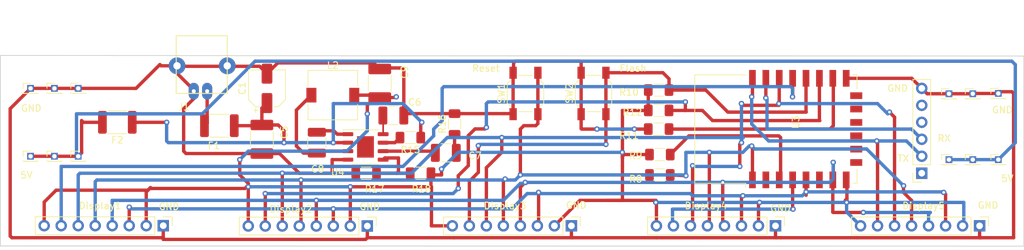
<source format=kicad_pcb>
(kicad_pcb (version 20221018) (generator pcbnew)
  (title_block (comment 4 "AISLER Project ID: NXKIKIZK"))
  (layers (0 "F.Cu" signal) (31 "B.Cu" signal) (34 "B.Paste" user) (35 "F.Paste" user) (36 "B.SilkS" user "B.Silkscreen") (37 "F.SilkS" user "F.Silkscreen") (38 "B.Mask" user) (39 "F.Mask" user) (44 "Edge.Cuts" user))
  (net 0 "")
  (net 1 "/Power/Vcc5")
  (net 2 "Gnd")
  (net 3 "Net-(J2-Pin_1)")
  (net 4 "Net-(U4-SS)")
  (net 5 "Net-(C7-Pad1)")
  (net 6 "Net-(U4-COMP)")
  (net 7 "Net-(U4-BS)")
  (net 8 "Net-(U4-SW)")
  (net 9 "/ESP8266/3V3")
  (net 10 "/ESP8266/D5")
  (net 11 "/ESP8266/D7")
  (net 12 "/ESP8266/RST")
  (net 13 "/ESP8266/D1")
  (net 14 "/ESP8266/D2")
  (net 15 "/ESP8266/D4")
  (net 16 "/ESP8266/D3")
  (net 17 "/ESP8266/D0")
  (net 18 "/ESP8266/D10")
  (net 19 "Net-(J1-+)")
  (net 21 "/ESP8266/D9")
  (net 24 "Net-(U3-EN)")
  (net 25 "/ESP8266/D8")
  (net 26 "Net-(U4-EN)")
  (net 27 "Net-(U4-FB)")
  (net 28 "/ESP8266/ADC")
  (net 29 "/ESP8266/D6")
  (footprint "Connector_PinHeader_2.54mm:PinHeader_1x08_P2.54mm_Vertical" (layer "F.Cu") (at 182.88 127 -90)
    (fp_text reference "Display4")
    (fp_text value "~")
  )
  (footprint "Connector_PinHeader_1.27mm:PinHeader_1x01_P1.27mm_Vertical" (layer "F.Cu") (at 71.628 106.426)
    (fp_text reference "J11" hide)
    (fp_text value "-")
  )
  (footprint "Resistor_SMD:R_1206_3216Metric_Pad1.30x1.75mm_HandSolder" (layer "F.Cu") (at 128.347 113.792 180)
    (fp_text reference "R15")
    (fp_text value "100K")
  )
  (footprint "Connector_PinHeader_1.27mm:PinHeader_1x01_P1.27mm_Vertical" (layer "F.Cu") (at 75.184 106.426)
    (fp_text reference "J10" hide)
    (fp_text value "-")
  )
  (footprint "Connector_PinSocket_2.54mm:PinSocket_1x06_P2.54mm_Vertical" (layer "F.Cu") (at 204.724 119.126 180)
    (fp_text reference "J3" hide)
    (fp_text value "Conn_01x06_Female")
  )
  (footprint "Package_SO:SOIC-8-1EP_3.9x4.9mm_P1.27mm_EP2.514x3.2mm" (layer "F.Cu") (at 121.6455 115.189)
    (fp_text reference "U4")
    (fp_text value "MP2307")
  )
  (footprint "Capacitor_SMD:C_1210_3225Metric_Pad1.33x2.70mm_HandSolder" (layer "F.Cu") (at 114.377 114.554 -90)
    (fp_text reference "C8")
    (fp_text value "10nF")
  )
  (footprint "Capacitor_SMD:C_1812_4532Metric_Pad1.57x3.40mm_HandSolder" (layer "F.Cu") (at 123.775 105.664 -90)
    (fp_text reference "C9")
    (fp_text value "22µF")
  )
  (footprint "Resistor_SMD:R_1206_3216Metric_Pad1.30x1.75mm_HandSolder" (layer "F.Cu") (at 165.428 109.728)
    (fp_text reference "R12")
    (fp_text value "10k")
  )
  (footprint "Connector_PinHeader_1.27mm:PinHeader_1x01_P1.27mm_Vertical" (layer "F.Cu") (at 78.74 106.426)
    (fp_text reference "J9" hide)
    (fp_text value "-")
  )
  (footprint "Resistor_SMD:R_1206_3216Metric_Pad1.30x1.75mm_HandSolder" (layer "F.Cu") (at 165.608 119.38 180)
    (fp_text reference "R8")
    (fp_text value "10k")
  )
  (footprint "Resistor_SMD:R_1206_3216Metric_Pad1.30x1.75mm_HandSolder" (layer "F.Cu") (at 165.608 116.332 180)
    (fp_text reference "R9")
    (fp_text value "10k")
  )
  (footprint "Connector_PinHeader_1.27mm:PinHeader_1x01_P1.27mm_Vertical" (layer "F.Cu") (at 216.154 117.094)
    (fp_text reference "J6" hide)
    (fp_text value "+")
  )
  (footprint "Capacitor_SMD:C_1210_3225Metric_Pad1.33x2.70mm_HandSolder" (layer "F.Cu") (at 133.6425 116.078 180)
    (fp_text reference "C7")
    (fp_text value "3.9nF")
  )
  (footprint "Resistor_SMD:R_1206_3216Metric_Pad1.30x1.75mm_HandSolder" (layer "F.Cu") (at 134.951 111.76 90)
    (fp_text reference "R16")
    (fp_text value "6,8K")
  )
  (footprint "Connector_PinHeader_1.27mm:PinHeader_1x01_P1.27mm_Vertical" (layer "F.Cu") (at 208.788 107.236)
    (fp_text reference "J14" hide)
    (fp_text value "-")
  )
  (footprint "Fuse:Fuse_1812_4532Metric_Pad1.30x3.40mm_HandSolder" (layer "F.Cu") (at 84.582 111.506 180)
    (fp_text reference "F2")
    (fp_text value "MSMD050-15V" hide)
  )
  (footprint "Connector_PinHeader_1.27mm:PinHeader_1x01_P1.27mm_Vertical" (layer "F.Cu") (at 208.788 117.094)
    (fp_text reference "J2" hide)
    (fp_text value "+")
  )
  (footprint "Connector_PinHeader_2.54mm:PinHeader_1x08_P2.54mm_Vertical" (layer "F.Cu") (at 121.92 127.0254 -90)
    (fp_text reference "Display2")
    (fp_text value "~")
  )
  (footprint "Capacitor_SMD:C_1210_3225Metric_Pad1.33x2.70mm_HandSolder" (layer "F.Cu") (at 125.807 110.49)
    (fp_text reference "C6")
    (fp_text value "100nF")
  )
  (footprint "Connector_PinHeader_1.27mm:PinHeader_1x01_P1.27mm_Vertical" (layer "F.Cu") (at 78.74 116.586)
    (fp_text reference "J7" hide)
    (fp_text value "+")
  )
  (footprint "Connector_PinHeader_1.27mm:PinHeader_1x01_P1.27mm_Vertical" (layer "F.Cu") (at 71.628 116.586)
    (fp_text reference "J5" hide)
    (fp_text value "+")
  )
  (footprint "Button_Switch_SMD:SW_SPST_SKQG_WithStem" (layer "F.Cu") (at 155.702 107.188 90)
    (fp_text reference "SW2")
    (fp_text value "Flash")
  )
  (footprint "Connector_PinHeader_2.54mm:PinHeader_1x08_P2.54mm_Vertical" (layer "F.Cu") (at 91.44 126.9746 -90)
    (fp_text reference "Display1")
    (fp_text value "~")
  )
  (footprint "Connector_PinHeader_2.54mm:PinHeader_1x08_P2.54mm_Vertical" (layer "F.Cu") (at 213.36 127 -90)
    (fp_text reference "Display5")
    (fp_text value "~")
  )
  (footprint "stefan3:ESP-12E-Stefan" (layer "F.Cu") (at 182.938 112.522 90)
    (fp_text reference "U3")
    (fp_text value "ESP-12F")
  )
  (footprint "Connector_PinHeader_1.27mm:PinHeader_1x01_P1.27mm_Vertical" (layer "F.Cu") (at 212.344 107.236)
    (fp_text reference "J12" hide)
    (fp_text value "-")
  )
  (footprint "Inductor_SMD:L_7.3x7.3_H4.5" (layer "F.Cu") (at 116.765 107.442)
    (fp_text reference "L2")
    (fp_text value "10µH")
  )
  (footprint "Capacitor_SMD:C_1812_4532Metric_Pad1.57x3.40mm_HandSolder" (layer "F.Cu") (at 106.172 114.046 -90)
    (fp_text reference "C5")
    (fp_text value "22µF" hide)
  )
  (footprint "Capacitor_SMD:CP_Elec_5x5.7" (layer "F.Cu") (at 106.934 106.426 90)
    (fp_text reference "C1")
    (fp_text value "22µF")
  )
  (footprint "Resistor_SMD:R_1206_3216Metric_Pad1.30x1.75mm_HandSolder" (layer "F.Cu") (at 165.428 106.68)
    (fp_text reference "R10")
    (fp_text value "10k")
  )
  (footprint "stefan3:USB_Micro-B_Power_Only" (layer "F.Cu") (at 101 98.552 180)
    (fp_text reference "J1")
    (fp_text value "USB_B_Micro_Power_Only")
  )
  (footprint "Resistor_SMD:R_1206_3216Metric_Pad1.30x1.75mm_HandSolder" (layer "F.Cu") (at 121.743 119.126)
    (fp_text reference "R17")
    (fp_text value "22k")
  )
  (footprint "Resistor_SMD:R_1206_3216Metric_Pad1.30x1.75mm_HandSolder" (layer "F.Cu") (at 165.428 112.522)
    (fp_text reference "R11")
    (fp_text value "10k")
  )
  (footprint "Connector_PinHeader_1.27mm:PinHeader_1x01_P1.27mm_Vertical" (layer "F.Cu") (at 75.184 116.586)
    (fp_text reference "J8" hide)
    (fp_text value "+")
  )
  (footprint "Connector_PinHeader_1.27mm:PinHeader_1x01_P1.27mm_Vertical" (layer "F.Cu") (at 216.154 107.188)
    (fp_text reference "J13" hide)
    (fp_text value "-")
  )
  (footprint "Connector_PinHeader_1.27mm:PinHeader_1x01_P1.27mm_Vertical" (layer "F.Cu") (at 212.344 117.094)
    (fp_text reference "J4" hide)
    (fp_text value "+")
  )
  (footprint "Connector_PinHeader_2.54mm:PinHeader_1x08_P2.54mm_Vertical" (layer "F.Cu") (at 152.4 127 -90)
    (fp_text reference "Display3")
    (fp_text value "~")
  )
  (footprint "Fuse:Fuse_1812_4532Metric_Pad1.30x3.40mm_HandSolder" (layer "F.Cu") (at 99.822 112.014)
    (fp_text reference "F1")
    (fp_text value "MSMD050-15V" hide)
  )
  (footprint "Resistor_SMD:R_1206_3216Metric_Pad1.30x1.75mm_HandSolder" (layer "F.Cu") (at 129.871 119.126)
    (fp_text reference "R18")
    (fp_text value "56k")
  )
  (footprint "Button_Switch_SMD:SW_SPST_SKQG_WithStem" (layer "F.Cu") (at 145.542 107.188 90)
    (fp_text reference "SW1")
    (fp_text value "Reset")
  )
  (gr_line (start 219.964 130.048) (end 219.964 101.6) (stroke (width 0.1)) (layer "Edge.Cuts"))
  (gr_line (start 67.11 130.01) (end 219.964 130.048) (stroke (width 0.1)) (layer "Edge.Cuts"))
  (gr_line (start 67.11 101.51) (end 219.964 101.6) (stroke (width 0.1)) (layer "Edge.Cuts"))
  (gr_line (start 219.964 101.6) (end 219.964 130.048) (stroke (width 0.1)) (layer "Edge.Cuts"))
  (gr_line (start 67.11 130.01) (end 67.11 101.51) (stroke (width 0.1)) (layer "Edge.Cuts"))
  (gr_line (start 67.11 130.01) (end 67.11 101.51) (stroke (width 0.1)) (layer "Edge.Cuts"))
  (gr_line (start 219.964 130.048) (end 67.11 130.01) (stroke (width 0.1)) (layer "Edge.Cuts"))
  (gr_line (start 67.11 101.51) (end 219.964 101.6) (stroke (width 0.1)) (layer "Edge.Cuts"))
  (gr_text "5V" (at 70 120) (layer "F.SilkS") (effects (font (size 1 1)) (justify left bottom)))
  (gr_text "Reset" (at 137.5 104) (layer "F.SilkS") (effects (font (size 1 1)) (justify left bottom)))
  (gr_text "Flash" (at 159.5 104) (layer "F.SilkS") (effects (font (size 1 1)) (justify left bottom)))
  (gr_text "GND" (at 90.678 124.714) (layer "F.SilkS") (effects (font (size 1 1)) (justify left bottom)))
  (gr_text "GND" (at 70.104 109.982) (layer "F.SilkS") (effects (font (size 1 1)) (justify left bottom)))
  (gr_text "5V" (at 216.5 120.5) (layer "F.SilkS") (effects (font (size 1 1)) (justify left bottom)))
  (gr_text "GND" (at 151.5 124.5) (layer "F.SilkS") (effects (font (size 1 1)) (justify left bottom)))
  (gr_text "GND" (at 182 125) (layer "F.SilkS") (effects (font (size 1 1)) (justify left bottom)))
  (gr_text "GND" (at 120.65 124.714) (layer "F.SilkS") (effects (font (size 1 1)) (justify left bottom)))
  (gr_text "GND" (at 199.5 107) (layer "F.SilkS") (effects (font (size 1 1)) (justify left bottom)))
  (gr_text "GND" (at 213 124.5) (layer "F.SilkS") (effects (font (size 1 1)) (justify left bottom)))
  (gr_text "RX" (at 207 114.5) (layer "F.SilkS") (effects (font (size 1 1)) (justify left bottom)))
  (gr_text "TX" (at 201 117.5) (layer "F.SilkS") (effects (font (size 1 1)) (justify left bottom)))
  (gr_text "GND" (at 215.138 110.236) (layer "F.SilkS") (effects (font (size 1 1)) (justify left bottom)))
  (segment (start 108.6065 111.9085) (end 109.474 112.776) (width 0.5) (layer "F.Cu") (net 1))
  (segment (start 106.172 111.9085) (end 108.6065 111.9085) (width 0.5) (layer "F.Cu") (net 1))
  (segment (start 109.474 112.776) (end 109.474 114.554) (width 0.5) (layer "F.Cu") (net 1))
  (segment (start 129.897 111.657) (end 130.048 111.506) (width 0.5) (layer "F.Cu") (net 1))
  (segment (start 102.047 112.014) (end 106.0665 112.014) (width 0.5) (layer "F.Cu") (net 1))
  (segment (start 106.0665 112.014) (end 106.172 111.9085) (width 0.5) (layer "F.Cu") (net 1))
  (segment (start 119.008 114.554) (end 116.84 114.554) (width 0.5) (layer "F.Cu") (net 1))
  (segment (start 106.172 109.388) (end 106.934 108.626) (width 0.5) (layer "F.Cu") (net 1))
  (segment (start 106.172 111.9085) (end 106.172 109.388) (width 0.5) (layer "F.Cu") (net 1))
  (segment (start 86.807 111.506) (end 91.948 111.506) (width 0.5) (layer "F.Cu") (net 1))
  (segment (start 129.897 113.792) (end 129.897 111.657) (width 0.5) (layer "F.Cu") (net 1))
  (via (at 116.84 114.554) (size 0.8) (drill 0.4) (layers "F.Cu" "B.Cu") (net 1))
  (via (at 109.474 114.554) (size 0.8) (drill 0.4) (layers "F.Cu" "B.Cu") (net 1))
  (via (at 91.948 111.506) (size 0.8) (drill 0.4) (layers "F.Cu" "B.Cu") (net 1))
  (via (at 130.048 111.506) (size 0.8) (drill 0.4) (layers "F.Cu" "B.Cu") (net 1))
  (segment (start 92.202 114.554) (end 91.948 114.3) (width 0.5) (layer "B.Cu") (net 1))
  (segment (start 91.948 114.3) (end 91.948 111.506) (width 0.5) (layer "B.Cu") (net 1))
  (segment (start 116.84 108.712) (end 127.254 108.712) (width 0.5) (layer "B.Cu") (net 1))
  (segment (start 109.474 114.554) (end 92.202 114.554) (width 0.5) (layer "B.Cu") (net 1))
  (segment (start 127.254 108.712) (end 130.048 111.506) (width 0.5) (layer "B.Cu") (net 1))
  (segment (start 116.84 114.554) (end 116.84 108.712) (width 0.5) (layer "B.Cu") (net 1))
  (segment (start 109.474 114.554) (end 116.84 114.554) (width 0.5) (layer "B.Cu") (net 1))
  (segment (start 111.76 119.126) (end 117.094 119.126) (width 0.5) (layer "F.Cu") (net 2))
  (segment (start 90.932 102.87) (end 87.376 106.426) (width 0.5) (layer "F.Cu") (net 2))
  (segment (start 153.67 102.362) (end 144.018 102.362) (width 0.5) (layer "F.Cu") (net 2))
  (segment (start 143.614 110.21) (end 143.692 110.288) (width 0.5) (layer "F.Cu") (net 2))
  (segment (start 127.3695 110.49) (end 127.3695 103.6705) (width 0.5) (layer "F.Cu") (net 2))
  (segment (start 127.3695 103.6705) (end 127.077 103.378) (width 0.5) (layer "F.Cu") (net 2))
  (segment (start 195.072 128.778) (end 213.36 128.778) (width 0.5) (layer "F.Cu") (net 2))
  (segment (start 213.36 128.638) (end 213.5 128.778) (width 0.5) (layer "F.Cu") (net 2))
  (segment (start 93.5 103.124) (end 93.5 104.168) (width 0.5) (layer "F.Cu") (net 2))
  (segment (start 182.88 127) (end 182.88 128.658) (width 0.5) (layer "F.Cu") (net 2))
  (segment (start 122.8645 102.616) (end 123.775 103.5265) (width 0.5) (layer "F.Cu") (net 2))
  (segment (start 116.663 117.094) (end 119.008 117.094) (width 0.5) (layer "F.Cu") (net 2))
  (segment (start 93.5 104.168) (end 96 106.668) (width 0.5) (layer "F.Cu") (net 2))
  (segment (start 94.488 115.824) (end 94.8475 116.1835) (width 0.5) (layer "F.Cu") (net 2))
  (segment (start 96 106.668) (end 96 107.962) (width 0.5) (layer "F.Cu") (net 2))
  (segment (start 87.376 106.426) (end 78.74 106.426) (width 0.5) (layer "F.Cu") (net 2))
  (segment (start 218.186 106.934) (end 216.408 106.934) (width 0.5) (layer "F.Cu") (net 2))
  (segment (start 68.58 109.474) (end 71.628 106.426) (width 0.5) (layer "F.Cu") (net 2))
  (segment (start 161.798 112.522) (end 163.878 112.522) (width 0.5) (layer "F.Cu") (net 2))
  (segment (start 93.5 103.052) (end 91.114 103.052) (width 0.5) (layer "F.Cu") (net 2))
  (segment (start 193.438 104.922) (end 203.22 104.922) (width 0.5) (layer "F.Cu") (net 2))
  (segment (start 213.36 127) (end 213.36 128.638) (width 0.5) (layer "F.Cu") (net 2))
  (segment (start 91.44 126.9746) (end 91.44 128.778) (width 0.5) (layer "F.Cu") (net 2))
  (segment (start 105.832 103.124) (end 93.5 103.124) (width 0.5) (layer "F.Cu") (net 2))
  (segment (start 121.92 128.778) (end 134.874 128.778) (width 0.5) (layer "F.Cu") (net 2))
  (segment (start 208.788 107.236) (end 205.534 107.236) (width 0.5) (layer "F.Cu") (net 2))
  (segment (start 108.544 102.616) (end 122.8645 102.616) (width 0.5) (layer "F.Cu") (net 2))
  (segment (start 205.534 107.236) (end 204.724 106.426) (width 0.5) (layer "F.Cu") (net 2))
  (segment (start 134.951 110.21) (end 127.6495 110.21) (width 0.5) (layer "F.Cu") (net 2))
  (segment (start 127.6495 110.21) (end 127.3695 110.49) (width 0.5) (layer "F.Cu") (net 2))
  (segment (start 144.018 102.362) (end 143.764 102.616) (width 0.5) (layer "F.Cu") (net 2))
  (segment (start 213.614 126.746) (end 213.36 127) (width 0.5) (layer "F.Cu") (net 2))
  (segment (start 216.408 106.934) (end 216.154 107.188) (width 0.5) (layer "F.Cu") (net 2))
  (segment (start 91.44 128.778) (end 91.44 129.032) (width 0.5) (layer "F.Cu") (net 2))
  (segment (start 152.5 128.778) (end 165.1 128.778) (width 0.5) (layer "F.Cu") (net 2))
  (segment (start 143.764 102.616) (end 143.764 104.016) (width 0.5) (layer "F.Cu") (net 2))
  (segment (start 121.666 129.032) (end 121.92 128.778) (width 0.5) (layer "F.Cu") (net 2))
  (segment (start 123.9235 103.378) (end 123.775 103.5265) (width 0.5) (layer "F.Cu") (net 2))
  (segment (start 153.852 110.288) (end 153.852 112.45) (width 0.5) (layer "F.Cu") (net 2))
  (segment (start 153.852 112.45) (end 153.924 112.522) (width 0.5) (layer "F.Cu") (net 2))
  (segment (start 134.874 128.778) (end 152.5 128.778) (width 0.5) (layer "F.Cu") (net 2))
  (segment (start 183.642 128.778) (end 195.072 128.778) (width 0.5) (layer "F.Cu") (net 2))
  (segment (start 153.852 110.288) (end 153.852 104.088) (width 0.5) (layer "F.Cu") (net 2))
  (segment (start 134.951 110.21) (end 143.614 110.21) (width 0.5) (layer "F.Cu") (net 2))
  (segment (start 182.88 128.658) (end 183 128.778) (width 0.5) (layer "F.Cu") (net 2))
  (segment (start 91.114 103.052) (end 90.932 102.87) (width 0.5) (layer "F.Cu") (net 2))
  (segment (start 75.184 106.426) (end 71.628 106.426) (width 0.5) (layer "F.Cu") (net 2))
  (segment (start 120.193 119.126) (end 117.094 119.126) (width 0.5) (layer "F.Cu") (net 2))
  (segment (start 213.36 128.778) (end 213.5 128.778) (width 0.5) (layer "F.Cu") (net 2))
  (segment (start 208.788 107.236) (end 212.344 107.236) (width 0.5) (layer "F.Cu") (net 2))
  (segment (start 143.764 104.016) (end 143.692 104.088) (width 0.5) (layer "F.Cu") (net 2))
  (segment (start 152.4 128.678) (end 152.5 128.778) (width 0.5) (layer "F.Cu") (net 2))
  (segment (start 91.44 128.778) (end 68.834 128.778) (width 0.5) (layer "F.Cu") (net 2))
  (segment (start 91.44 129.032) (end 121.666 129.032) (width 0.5) (layer "F.Cu") (net 2))
  (segment (start 68.58 128.524) (end 68.58 109.474) (width 0.5) (layer "F.Cu") (net 2))
  (segment (start 116.663 119.126) (end 116.663 117.094) (width 0.5) (layer "F.Cu") (net 2))
  (segment (start 153.924 112.522) (end 156.21 112.522) (width 0.5) (layer "F.Cu") (net 2))
  (segment (start 96 107.962) (end 94.488 109.474) (width 0.5) (layer "F.Cu") (net 2))
  (segment (start 218.44 107.188) (end 218.186 106.934) (width 0.5) (layer "F.Cu") (net 2))
  (segment (start 94.488 109.474) (end 94.488 115.824) (width 0.5) (layer "F.Cu") (net 2))
  (segment (start 143.692 104.088) (end 143.692 110.288) (width 0.5) (layer "F.Cu") (net 2))
  (segment (start 153.852 104.088) (end 153.852 102.544) (width 0.5) (layer "F.Cu") (net 2))
  (segment (start 106.934 104.226) (end 105.832 103.124) (width 0.5) (layer "F.Cu") (net 2))
  (segment (start 127.077 103.378) (end 123.9235 103.378) (width 0.5) (layer "F.Cu") (net 2))
  (segment (start 165.1 128.778) (end 183 128.778) (width 0.5) (layer "F.Cu") (net 2))
  (segment (start 68.834 128.778) (end 68.58 128.524) (width 0.5) (layer "F.Cu") (net 2))
  (segment (start 108.8175 116.1835) (end 111.76 119.126) (width 0.5) (layer "F.Cu") (net 2))
  (segment (start 78.74 106.426) (end 75.184 106.426) (width 0.5) (layer "F.Cu") (net 2))
  (segment (start 106.172 116.1835) (end 108.8175 116.1835) (width 0.5) (layer "F.Cu") (net 2))
  (segment (start 183 128.778) (end 183.642 128.778) (width 0.5) (layer "F.Cu") (net 2))
  (segment (start 213.5 128.778) (end 218.44 128.778) (width 0.5) (layer "F.Cu") (net 2))
  (segment (start 117.094 119.126) (end 116.663 119.126) (width 0.5) (layer "F.Cu") (net 2))
  (segment (start 152.4 127) (end 152.4 128.678) (width 0.5) (layer "F.Cu") (net 2))
  (segment (start 212.392 107.188) (end 212.344 107.236) (width 0.5) (layer "F.Cu") (net 2))
  (segment (start 218.44 128.778) (end 218.44 107.188) (width 0.5) (layer "F.Cu") (net 2))
  (segment (start 94.8475 116.1835) (end 106.172 116.1835) (width 0.5) (layer "F.Cu") (net 2))
  (segment (start 121.92 128.778) (end 121.92 127.0254) (width 0.5) (layer "F.Cu") (net 2))
  (segment (start 153.852 102.544) (end 153.67 102.362) (width 0.5) (layer "F.Cu") (net 2))
  (segment (start 106.934 104.226) (end 108.544 102.616) (width 0.5) (layer "F.Cu") (net 2))
  (segment (start 203.22 104.922) (end 204.724 106.426) (width 0.5) (layer "F.Cu") (net 2))
  (segment (start 216.154 107.188) (end 212.392 107.188) (width 0.5) (layer "F.Cu") (net 2))
  (via (at 161.798 112.522) (size 0.8) (drill 0.4) (layers "F.Cu" "B.Cu") (net 2))
  (via (at 156.21 112.522) (size 0.8) (drill 0.4) (layers "F.Cu" "B.Cu") (net 2))
  (segment (start 156.21 112.522) (end 161.798 112.522) (width 0.5) (layer "B.Cu") (net 2))
  (segment (start 75.184 116.586) (end 71.628 116.586) (width 0.5) (layer "F.Cu") (net 3))
  (segment (start 79.502 111.506) (end 79.248 111.252) (width 0.5) (layer "F.Cu") (net 3))
  (segment (start 82.357 111.506) (end 79.502 111.506) (width 0.5) (layer "F.Cu") (net 3))
  (segment (start 75.184 116.586) (end 78.74 116.586) (width 0.5) (layer "F.Cu") (net 3))
  (segment (start 79.248 111.252) (end 79.248 116.078) (width 0.5) (layer "F.Cu") (net 3))
  (segment (start 79.248 116.078) (end 78.74 116.586) (width 0.5) (layer "F.Cu") (net 3))
  (segment (start 105.156 102.362) (end 97.282 110.236) (width 0.5) (layer "B.Cu") (net 3))
  (segment (start 208.788 117.094) (end 212.344 117.094) (width 0.5) (layer "B.Cu") (net 3))
  (segment (start 216.154 117.094) (end 218.694 114.554) (width 0.5) (layer "B.Cu") (net 3))
  (segment (start 78.486 116.332) (end 78.74 116.586) (width 0.5) (layer "B.Cu") (net 3))
  (segment (start 97.282 110.236) (end 78.486 110.236) (width 0.5) (layer "B.Cu") (net 3))
  (segment (start 218.694 102.87) (end 218.186 102.362) (width 0.5) (layer "B.Cu") (net 3))
  (segment (start 78.486 110.236) (end 78.486 116.332) (width 0.5) (layer "B.Cu") (net 3))
  (segment (start 218.186 102.362) (end 105.156 102.362) (width 0.5) (layer "B.Cu") (net 3))
  (segment (start 218.694 114.554) (end 218.694 102.87) (width 0.5) (layer "B.Cu") (net 3))
  (segment (start 216.154 117.094) (end 212.344 117.094) (width 0.5) (layer "B.Cu") (net 3))
  (segment (start 124.2445 110.49) (end 124.283 110.5285) (width 0.25) (layer "F.Cu") (net 4))
  (segment (start 124.283 110.5285) (end 124.283 113.284) (width 0.25) (layer "F.Cu") (net 4))
  (segment (start 135.205 116.078) (end 134.951 115.824) (width 0.5) (layer "F.Cu") (net 5))
  (segment (start 134.951 115.824) (end 134.951 113.31) (width 0.5) (layer "F.Cu") (net 5))
  (segment (start 124.283 115.824) (end 131.826 115.824) (width 0.5) (layer "F.Cu") (net 6))
  (segment (start 131.826 115.824) (end 132.08 116.078) (width 0.5) (layer "F.Cu") (net 6))
  (segment (start 116.917 112.776) (end 114.5925 112.776) (width 0.5) (layer "F.Cu") (net 7))
  (segment (start 117.425 113.284) (end 116.917 112.776) (width 0.5) (layer "F.Cu") (net 7))
  (segment (start 119.008 113.284) (end 117.425 113.284) (width 0.5) (layer "F.Cu") (net 7))
  (segment (start 114.5925 112.776) (end 114.377 112.9915) (width 0.5) (layer "F.Cu") (net 7))
  (segment (start 111.329 115.062) (end 111.329 109.678) (width 0.5) (layer "F.Cu") (net 8))
  (segment (start 114.6695 115.824) (end 114.377 116.1165) (width 0.5) (layer "F.Cu") (net 8))
  (segment (start 112.3835 116.1165) (end 111.329 115.062) (width 0.5) (layer "F.Cu") (net 8))
  (segment (start 111.329 109.678) (end 113.565 107.442) (width 0.5) (layer "F.Cu") (net 8))
  (segment (start 119.008 115.824) (end 114.6695 115.824) (width 0.5) (layer "F.Cu") (net 8))
  (segment (start 114.377 116.1165) (end 112.3835 116.1165) (width 0.5) (layer "F.Cu") (net 8))
  (segment (start 134.62 127) (end 131.5 127) (width 0.5) (layer "F.Cu") (net 9))
  (segment (start 123.775 107.8015) (end 123.0845 107.8015) (width 0.5) (layer "F.Cu") (net 9))
  (segment (start 131.675 119.38) (end 133 119.38) (width 0.5) (layer "F.Cu") (net 9))
  (segment (start 131.5 121.158) (end 131.421 121.079) (width 0.5) (layer "F.Cu") (net 9))
  (segment (start 180.34 127) (end 180.34 123.66) (width 0.5) (layer "F.Cu") (net 9))
  (segment (start 193.548 122.936) (end 193.548 120.232) (width 0.5) (layer "F.Cu") (net 9))
  (segment (start 193.548 120.232) (end 193.438 120.122) (width 0.5) (layer "F.Cu") (net 9))
  (segment (start 89.535 121.285) (end 88.9 121.92) (width 0.5) (layer "F.Cu") (net 9))
  (segment (start 126.1325 107.8015) (end 126.238 107.696) (width 0.5) (layer "F.Cu") (net 9))
  (segment (start 164.058 116.332) (end 160.274 116.332) (width 0.5) (layer "F.Cu") (net 9))
  (segment (start 102.87 117.094) (end 102.87 119.38) (width 0.5) (layer "F.Cu") (net 9))
  (segment (start 104.14 122.936) (end 104.14 127.0254) (width 0.5) (layer "F.Cu") (net 9))
  (segment (start 131.421 119.126) (end 131.675 119.38) (width 0.5) (layer "F.Cu") (net 9))
  (segment (start 104.14 120.904) (end 103.632 121.412) (width 0.5) (layer "F.Cu") (net 9))
  (segment (start 160.02 109.728) (end 160.02 116) (width 0.5) (layer "F.Cu") (net 9))
  (segment (start 73.66 123.444) (end 73.66 126.9746) (width 0.5) (layer "F.Cu") (net 9))
  (segment (start 149.86 127) (end 153.67 123.19) (width 0.5) (layer "F.Cu") (net 9))
  (segment (start 131.5 127) (end 131.5 121.158) (width 0.5) (layer "F.Cu") (net 9))
  (segment (start 160.02 116) (end 160 116) (width 0.5) (layer "F.Cu") (net 9))
  (segment (start 153.67 123.19) (end 160.02 123.19) (width 0.5) (layer "F.Cu") (net 9))
  (segment (start 104.14 120.904) (end 104.14 121.158) (width 0.5) (layer "F.Cu") (net 9))
  (segment (start 160.274 116.332) (end 160.02 116.586) (width 0.5) (layer "F.Cu") (net 9))
  (segment (start 180.34 123.66) (end 180.5 123.5) (width 0.5) (layer "F.Cu") (net 9))
  (segment (start 163.878 109.728) (end 160.02 109.728) (width 0.5) (layer "F.Cu") (net 9))
  (segment (start 193.294 123.19) (end 193.548 122.936) (width 0.5) (layer "F.Cu") (net 9))
  (segment (start 193.548 123.19) (end 193.548 122.936) (width 0.5) (layer "F.Cu") (net 9))
  (segment (start 123.4155 107.442) (end 123.775 107.8015) (width 0.5) (layer "F.Cu") (net 9))
  (segment (start 165.1 123.4) (end 165.1 123.29) (width 0.5) (layer "F.Cu") (net 9))
  (segment (start 157.69 123.19) (end 160.02 123.19) (width 0.5) (layer "F.Cu") (net 9))
  (segment (start 160.02 123.19) (end 160.02 119.38) (width 0.5) (layer "F.Cu") (net 9))
  (segment (start 119.965 107.442) (end 123.4155 107.442) (width 0.5) (layer "F.Cu") (net 9))
  (segment (start 165.1 123.29) (end 165 123.19) (width 0.5) (layer "F.Cu") (net 9))
  (segment (start 160.02 116.84) (end 160.02 118) (width 0.5) (layer "F.Cu") (net 9))
  (segment (start 75.438 121.666) (end 73.66 123.444) (width 0.5) (layer "F.Cu") (net 9))
  (segment (start 160.02 116.586) (end 160.02 116.84) (width 0.5) (layer "F.Cu") (net 9))
  (segment (start 131.421 121.079) (end 131.421 119.126) (width 0.5) (layer "F.Cu") (net 9))
  (segment (start 88.9 121.92) (end 88.9 126.9746) (width 0.5) (layer "F.Cu") (net 9))
  (segment (start 160.02 118) (end 160.02 119.38) (width 0.5) (layer "F.Cu") (net 9))
  (segment (start 103.632 121.412) (end 89.662 121.412) (width 0.5) (layer "F.Cu") (net 9))
  (segment (start 160.02 123.19) (end 165 123.19) (width 0.5) (layer "F.Cu") (net 9))
  (segment (start 193.548 123.19) (end 193.5 123.5) (width 0.5) (layer "F.Cu") (net 9))
  (segment (start 160.02 119.38) (end 164.058 119.38) (width 0.5) (layer "F.Cu") (net 9))
  (segment (start 160.274 116.332) (end 160.274 116.254) (width 0.5) (layer "F.Cu") (net 9))
  (segment (start 160 116) (end 160.02 116.84) (width 0.5) (layer "F.Cu") (net 9))
  (segment (start 104.14 121.158) (end 104.14 122.936) (width 0.5) (layer "F.Cu") (net 9))
  (segment (start 104.14 120.65) (end 104.14 120.904) (width 0.5) (layer "F.Cu") (net 9))
  (segment (start 163.878 109.728) (end 163.878 106.68) (width 0.5) (layer "F.Cu") (net 9))
  (segment (start 119.38 127.0254) (end 119.38 121.158) (width 0.5) (layer "F.Cu") (net 9))
  (segment (start 165.1 123.6) (end 165 123.5) (width 0.5) (layer "F.Cu") (net 9))
  (segment (start 89.662 121.412) (end 89.535 121.285) (width 0.5) (layer "F.Cu") (net 9))
  (segment (start 160.274 116.254) (end 160.02 116) (width 0.5) (layer "F.Cu") (net 9))
  (segment (start 133 118.5) (end 133 119.38) (width 0.5) (layer "F.Cu") (net 9))
  (segment (start 165.1 127) (end 165.1 123.6) (width 0.5) (layer "F.Cu") (net 9))
  (segment (start 121.92 108.966) (end 121.92 110.236) (width 0.5) (layer "F.Cu") (net 9))
  (segment (start 119.38 121.158) (end 131.5 121.158) (width 0.5) (layer "F.Cu") (net 9))
  (segment (start 123.0845 107.8015) (end 121.92 108.966) (width 0.5) (layer "F.Cu") (net 9))
  (segment (start 165 123.5) (end 165.1 123.4) (width 0.5) (layer "F.Cu") (net 9))
  (segment (start 102.87 119.38) (end 104.14 120.65) (width 0.5) (layer "F.Cu") (net 9))
  (segment (start 89.154 121.666) (end 75.438 121.666) (width 0.5) (layer "F.Cu") (net 9))
  (segment (start 123.775 107.8015) (end 126.1325 107.8015) (width 0.5) (layer "F.Cu") (net 9))
  (segment (start 89.535 121.285) (end 89.154 121.666) (width 0.5) (layer "F.Cu") (net 9))
  (via (at 160 116) (size 0.8) (drill 0.4) (layers "F.Cu" "B.Cu") (net 9))
  (via (at 121.92 110.236) (size 0.8) (drill 0.4) (layers "F.Cu" "B.Cu") (net 9))
  (via (at 180.5 123.5) (size 0.8) (drill 0.4) (layers "F.Cu" "B.Cu") (net 9))
  (via (at 102.87 117.094) (size 0.8) (drill 0.4) (layers "F.Cu" "B.Cu") (net 9))
  (via (at 119.38 121.158) (size 0.8) (drill 0.4) (layers "F.Cu" "B.Cu") (net 9))
  (via (at 193.5 123.5) (size 0.8) (drill 0.4) (layers "F.Cu" "B.Cu") (net 9))
  (via (at 133 118.5) (size 0.8) (drill 0.4) (layers "F.Cu" "B.Cu") (net 9))
  (via (at 165 123.5) (size 0.8) (drill 0.4) (layers "F.Cu" "B.Cu") (net 9))
  (via (at 104.14 121.158) (size 0.8) (drill 0.4) (layers "F.Cu" "B.Cu") (net 9))
  (via (at 126.238 107.696) (size 0.8) (drill 0.4) (layers "F.Cu" "B.Cu") (net 9))
  (segment (start 102.87 117.094) (end 104.14 115.824) (width 0.5) (layer "B.Cu") (net 9))
  (segment (start 118.872 115.824) (end 121.92 112.776) (width 0.5) (layer "B.Cu") (net 9))
  (segment (start 160 116) (end 135.5 116) (width 0.5) (layer "B.Cu") (net 9))
  (segment (start 119.38 121.158) (end 104.14 121.158) (width 0.5) (layer "B.Cu") (net 9))
  (segment (start 211 126.82) (end 210.82 127) (width 0.5) (layer "B.Cu") (net 9))
  (segment (start 165 123.5) (end 193.5 123.5) (width 0.5) (layer "B.Cu") (net 9))
  (segment (start 195.58 127) (end 193.5 124.92) (width 0.5) (layer "B.Cu") (net 9))
  (segment (start 135.5 116) (end 133 118.5) (width 0.5) (layer "B.Cu") (net 9))
  (segment (start 193.5 123.5) (end 211 123.5) (width 0.5) (layer "B.Cu") (net 9))
  (segment (start 211 123.5) (end 211 126.82) (width 0.5) (layer "B.Cu") (net 9))
  (segment (start 121.92 112.776) (end 121.92 110.236) (width 0.5) (layer "B.Cu") (net 9))
  (segment (start 104.14 115.824) (end 118.872 115.824) (width 0.5) (layer "B.Cu") (net 9))
  (segment (start 193.5 124.92) (end 193.5 123.5) (width 0.5) (layer "B.Cu") (net 9))
  (segment (start 147.5 126.82) (end 147.32 127) (width 0.5) (layer "F.Cu") (net 10))
  (segment (start 177.8 127) (end 177.8 122.7) (width 0.5) (layer "F.Cu") (net 10))
  (segment (start 147.5 122) (end 147.5 126.82) (width 0.5) (layer "F.Cu") (net 10))
  (segment (start 187.438 120.122) (end 187.438 121.906) (width 0.5) (layer "F.Cu") (net 10))
  (segment (start 187.438 121.906) (end 187.452 121.92) (width 0.5) (layer "F.Cu") (net 10))
  (segment (start 116.84 124.46) (end 116.84 127.0254) (width 0.5) (layer "F.Cu") (net 10))
  (segment (start 86.36 124.206) (end 86.36 126.9746) (width 0.5) (layer "F.Cu") (net 10))
  (segment (start 177.8 122.7) (end 178 122.5) (width 0.5) (layer "F.Cu") (net 10))
  (segment (start 208.28 127) (end 208.28 122.28) (width 0.5) (layer "F.Cu") (net 10))
  (segment (start 208.28 122.28) (end 208 122) (width 0.5) (layer "F.Cu") (net 10))
  (segment (start 187.452 121.92) (end 187.452 122.428) (width 0.5) (layer "F.Cu") (net 10))
  (via (at 147.5 122) (size 0.8) (drill 0.4) (layers "F.Cu" "B.Cu") (net 10))
  (via (at 208 122) (size 0.8) (drill 0.4) (layers "F.Cu" "B.Cu") (net 10))
  (via (at 116.84 124.46) (size 0.8) (drill 0.4) (layers "F.Cu" "B.Cu") (net 10))
  (via (at 187.452 121.92) (size 0.8) (drill 0.4) (layers "F.Cu" "B.Cu") (net 10))
  (via (at 178 122.5) (size 0.8) (drill 0.4) (layers "F.Cu" "B.Cu") (net 10))
  (via (at 86.36 124.206) (size 0.8) (drill 0.4) (layers "F.Cu" "B.Cu") (net 10))
  (segment (start 177.5 122.5) (end 170.506 122.5) (width 0.5) (layer "B.Cu") (net 10))
  (segment (start 187.452 121.92) (end 207.92 121.92) (width 0.5) (layer "B.Cu") (net 10))
  (segment (start 207.92 121.92) (end 208 122) (width 0.5) (layer "B.Cu") (net 10))
  (segment (start 147.326 122.174) (end 147.5 122) (width 0.5) (layer "B.Cu") (net 10))
  (segment (start 170.506 122.5) (end 170.18 122.174) (width 0.5) (layer "B.Cu") (net 10))
  (segment (start 147.674 122.174) (end 170.18 122.174) (width 0.5) (layer "B.Cu") (net 10))
  (segment (start 186.872 122.5) (end 177.5 122.5) (width 0.5) (layer "B.Cu") (net 10))
  (segment (start 86.614 124.46) (end 86.36 124.206) (width 0.5) (layer "B.Cu") (net 10))
  (segment (start 143.51 124.46) (end 145.796 122.174) (width 0.5) (layer "B.Cu") (net 10))
  (segment (start 116.84 124.46) (end 86.614 124.46) (width 0.5) (layer "B.Cu") (net 10))
  (segment (start 187.452 121.92) (end 186.872 122.5) (width 0.5) (layer "B.Cu") (net 10))
  (segment (start 145.796 122.174) (end 147.326 122.174) (width 0.5) (layer "B.Cu") (net 10))
  (segment (start 147.5 122) (end 147.674 122.174) (width 0.5) (layer "B.Cu") (net 10))
  (segment (start 116.84 124.46) (end 143.51 124.46) (width 0.5) (layer "B.Cu") (net 10))
  (segment (start 177.5 126.7) (end 177.8 127) (width 0.5) (layer "B.Cu") (net 10))
  (segment (start 145.5 120.5) (end 144.78 121.22) (width 0.5) (layer "F.Cu") (net 11))
  (segment (start 144.78 121.22) (end 144.78 127) (width 0.5) (layer "F.Cu") (net 11))
  (segment (start 114.3 123.19) (end 114.3 127.0254) (width 0.5) (layer "F.Cu") (net 11))
  (segment (start 191.438 120.122) (end 191.438 124.938) (width 0.5) (layer "F.Cu") (net 11))
  (segment (start 175 126.74) (end 175.26 127) (width 0.5) (layer "F.Cu") (net 11))
  (segment (start 175 120.5) (end 175 126.74) (width 0.5) (layer "F.Cu") (net 11))
  (segment (start 191.5 125) (end 196 125) (width 0.5) (layer "F.Cu") (net 11))
  (segment (start 191.5 117.5) (end 191.5 120.06) (width 0.5) (layer "F.Cu") (net 11))
  (segment (start 191.438 124.938) (end 191.5 125) (width 0.5) (layer "F.Cu") (net 11))
  (segment (start 191.5 120.06) (end 191.438 120.122) (width 0.5) (layer "F.Cu") (net 11))
  (via (at 196 125) (size 0.8) (drill 0.4) (layers "F.Cu" "B.Cu") (net 11))
  (via (at 114.3 123.19) (size 0.8) (drill 0.4) (layers "F.Cu" "B.Cu") (net 11))
  (via (at 191.5 117.5) (size 0.8) (drill 0.4) (layers "F.Cu" "B.Cu") (net 11))
  (via (at 175 120.5) (size 0.8) (drill 0.4) (layers "F.Cu" "B.Cu") (net 11))
  (via (at 145.5 120.5) (size 0.8) (drill 0.4) (layers "F.Cu" "B.Cu") (net 11))
  (segment (start 144.78 120.65) (end 142.24 123.19) (width 0.5) (layer "B.Cu") (net 11))
  (segment (start 145.65 120.65) (end 145.5 120.5) (width 0.5) (layer "B.Cu") (net 11))
  (segment (start 196 125) (end 206 125) (width 0.5) (layer "B.Cu") (net 11))
  (segment (start 145.5 120.5) (end 171.5 120.5) (width 0.5) (layer "B.Cu") (net 11))
  (segment (start 145.5 120.5) (end 145.35 120.65) (width 0.5) (layer "B.Cu") (net 11))
  (segment (start 114.3 123.19) (end 83.82 123.19) (width 0.5) (layer "B.Cu") (net 11))
  (segment (start 205.74 125.26) (end 205.74 127) (width 0.5) (layer "B.Cu") (net 11))
  (segment (start 206 125) (end 205.74 125.26) (width 0.5) (layer "B.Cu") (net 11))
  (segment (start 191.5 120) (end 191.5 117.5) (width 0.5) (layer "B.Cu") (net 11))
  (segment (start 171.5 120.5) (end 175 120.5) (width 0.5) (layer "B.Cu") (net 11))
  (segment (start 175 120.5) (end 191 120.5) (width 0.5) (layer "B.Cu") (net 11))
  (segment (start 145.35 120.65) (end 144.78 120.65) (width 0.5) (layer "B.Cu") (net 11))
  (segment (start 83.82 123.19) (end 83.82 126.9746) (width 0.5) (layer "B.Cu") (net 11))
  (segment (start 191 120.5) (end 191.5 120) (width 0.5) (layer "B.Cu") (net 11))
  (segment (start 142.24 123.19) (end 114.3 123.19) (width 0.5) (layer "B.Cu") (net 11))
  (segment (start 172.72 127) (end 173 126.72) (width 0.5) (layer "F.Cu") (net 12))
  (segment (start 169.5 119.5) (end 169.418 119.38) (width 0.5) (layer "F.Cu") (net 12))
  (segment (start 142.24 127) (end 142.24 120.26) (width 0.5) (layer "F.Cu") (net 12))
  (segment (start 202 122) (end 202 121) (width 0.5) (layer "F.Cu") (net 12))
  (segment (start 142.24 120.26) (end 142.5 120) (width 0.5) (layer "F.Cu") (net 12))
  (segment (start 167.158 119.38) (end 169.5 119.5) (width 0.5) (layer "F.Cu") (net 12))
  (segment (start 203.2 123.2) (end 202 122) (width 0.5) (layer "F.Cu") (net 12))
  (segment (start 112.014 120.142) (end 112.014 126.7714) (width 0.5) (layer "F.Cu") (net 12))
  (segment (start 203.2 127) (end 203.2 123.2) (width 0.5) (layer "F.Cu") (net 12))
  (segment (start 147.392 111.688) (end 147.066 112.014) (width 0.5) (layer "F.Cu") (net 12))
  (segment (start 145.288 112.014) (end 144.78 112.522) (width 0.5) (layer "F.Cu") (net 12))
  (segment (start 147.392 104.088) (end 147.392 110.288) (width 0.5) (layer "F.Cu") (net 12))
  (segment (start 179.438 115.176) (end 179.324 115.062) (width 0.5) (layer "F.Cu") (net 12))
  (segment (start 173 126.72) (end 173 116) (width 0.5) (layer "F.Cu") (net 12))
  (segment (start 147.066 112.014) (end 145.288 112.014) (width 0.5) (layer "F.Cu") (net 12))
  (segment (start 179.438 120.122) (end 179.438 115.176) (width 0.5) (layer "F.Cu") (net 12))
  (segment (start 144.78 119.38) (end 144.78 112.522) (width 0.5) (layer "F.Cu") (net 12))
  (segment (start 112.014 126.7714) (end 111.76 127.0254) (width 0.5) (layer "F.Cu") (net 12))
  (segment (start 147.392 110.288) (end 147.392 111.688) (width 0.5) (layer "F.Cu") (net 12))
  (via (at 142.5 120) (size 0.8) (drill 0.4) (layers "F.Cu" "B.Cu") (net 12))
  (via (at 202 121) (size 0.8) (drill 0.4) (layers "F.Cu" "B.Cu") (net 12))
  (via (at 173 116) (size 0.8) (drill 0.4) (layers "F.Cu" "B.Cu") (net 12))
  (via (at 144.78 119.38) (size 0.8) (drill 0.4) (layers "F.Cu" "B.Cu") (net 12))
  (via (at 179.324 115.062) (size 0.8) (drill 0.4) (layers "F.Cu" "B.Cu") (net 12))
  (via (at 169.5 119.5) (size 0.8) (drill 0.4) (layers "F.Cu" "B.Cu") (net 12))
  (via (at 112.014 120.142) (size 0.8) (drill 0.4) (layers "F.Cu" "B.Cu") (net 12))
  (segment (start 81.28 126.9746) (end 81.28 120.396) (width 0.5) (layer "B.Cu") (net 12))
  (segment (start 142.358 120.142) (end 142.5 120) (width 0.5) (layer "B.Cu") (net 12))
  (segment (start 196.5 115.5) (end 202 121) (width 0.5) (layer "B.Cu") (net 12))
  (segment (start 179.762 115.5) (end 196.5 115.5) (width 0.5) (layer "B.Cu") (net 12))
  (segment (start 81.534 120.142) (end 112.014 120.142) (width 0.5) (layer "B.Cu") (net 12))
  (segment (start 142.5 120) (end 142.642 120.142) (width 0.5) (layer "B.Cu") (net 12))
  (segment (start 144.018 120.142) (end 144.78 119.38) (width 0.5) (layer "B.Cu") (net 12))
  (segment (start 112.014 120.142) (end 142.358 120.142) (width 0.5) (layer "B.Cu") (net 12))
  (segment (start 179.324 115.062) (end 179.762 115.5) (width 0.5) (layer "B.Cu") (net 12))
  (segment (start 142.642 120.142) (end 144.018 120.142) (width 0.5) (layer "B.Cu") (net 12))
  (segment (start 169.5 119.298) (end 169.418 119.38) (width 0.5) (layer "B.Cu") (net 12))
  (segment (start 169.5 116) (end 169.5 119.298) (width 0.5) (layer "B.Cu") (net 12))
  (segment (start 179.324 115.062) (end 178.938 115.062) (width 0.5) (layer "B.Cu") (net 12))
  (segment (start 169.418 119.38) (end 144.78 119.38) (width 0.5) (layer "B.Cu") (net 12))
  (segment (start 178.938 115.062) (end 178 116) (width 0.5) (layer "B.Cu") (net 12))
  (segment (start 178 116) (end 169.5 116) (width 0.5) (layer "B.Cu") (net 12))
  (segment (start 81.28 120.396) (end 81.534 120.142) (width 0.5) (layer "B.Cu") (net 12))
  (segment (start 177.546 114.808) (end 177.8 114.554) (width 0.5) (layer "F.Cu") (net 13))
  (segment (start 170.5 126.68) (end 170.18 127) (width 0.5) (layer "F.Cu") (net 13))
  (segment (start 183.388 108.458) (end 183.388 108.712) (width 0.5) (layer "F.Cu") (net 13))
  (segment (start 183.388 108.966) (end 178.054 108.966) (width 0.5) (layer "F.Cu") (net 13))
  (segment (start 200.66 110.744) (end 199.898 109.982) (width 0.5) (layer "F.Cu") (net 13))
  (segment (start 183.438 104.922) (end 183.438 108.408) (width 0.5) (layer "F.Cu") (net 13))
  (segment (start 178.054 108.966) (end 177.8 108.712) (width 0.5) (layer "F.Cu") (net 13))
  (segment (start 177.546 118.11) (end 177.546 114.808) (width 0.5) (layer "F.Cu") (net 13))
  (segment (start 139.7 127) (end 139.7 118.3) (width 0.5) (layer "F.Cu") (net 13))
  (segment (start 142 116) (end 142 113.792) (width 0.5) (layer "F.Cu") (net 13))
  (segment (start 200.66 127) (end 200.66 110.744) (width 0.5) (layer "F.Cu") (net 13))
  (segment (start 109.22 119.126) (end 109.22 127.0254) (width 0.5) (layer "F.Cu") (net 13))
  (segment (start 139.7 118.3) (end 142 116) (width 0.5) (layer "F.Cu") (net 13))
  (segment (start 183.438 108.408) (end 183.388 108.458) (width 0.5) (layer "F.Cu") (net 13))
  (segment (start 170.5 118) (end 170.5 126.68) (width 0.5) (layer "F.Cu") (net 13))
  (segment (start 183.388 108.712) (end 183.388 108.966) (width 0.5) (layer "F.Cu") (net 13))
  (via (at 177.8 114.554) (size 0.8) (drill 0.4) (layers "F.Cu" "B.Cu") (net 13))
  (via (at 177.8 108.712) (size 0.8) (drill 0.4) (layers "F.Cu" "B.Cu") (net 13))
  (via (at 142 113.792) (size 0.8) (drill 0.4) (layers "F.Cu" "B.Cu") (net 13))
  (via (at 109.22 119.126) (size 0.8) (drill 0.4) (layers "F.Cu" "B.Cu") (net 13))
  (via (at 199.898 109.982) (size 0.8) (drill 0.4) (layers "F.Cu" "B.Cu") (net 13))
  (via (at 177.8 108.712) (size 0.8) (drill 0.4) (layers "F.Cu" "B.Cu") (net 13))
  (via (at 177.546 118.11) (size 0.8) (drill 0.4) (layers "F.Cu" "B.Cu") (net 13))
  (via (at 170.5 118) (size 0.8) (drill 0.4) (layers "F.Cu" "B.Cu") (net 13))
  (via (at 183.388 108.712) (size 0.8) (drill 0.4) (layers "F.Cu" "B.Cu") (net 13))
  (segment (start 133.858 113.792) (end 128.524 119.126) (width 0.5) (layer "B.Cu") (net 13))
  (segment (start 199.644 110.236) (end 199.898 109.982) (width 0.5) (layer "B.Cu") (net 13))
  (segment (start 170.61 118.11) (end 170.5 118) (width 0.5) (layer "B.Cu") (net 13))
  (segment (start 177.546 118.11) (end 170.61 118.11) (width 0.5) (layer "B.Cu") (net 13))
  (segment (start 178.054 113.792) (end 147.066 113.792) (width 0.5) (layer "B.Cu") (net 13))
  (segment (start 177.8 108.712) (end 177.8 113.538) (width 0.5) (layer "B.Cu") (net 13))
  (segment (start 183.388 108.712) (end 198.12 108.712) (width 0.5) (layer "B.Cu") (net 13))
  (segment (start 178.054 113.792) (end 177.8 114.046) (width 0.5) (layer "B.Cu") (net 13))
  (segment (start 128.524 119.126) (end 109.22 119.126) (width 0.5) (layer "B.Cu") (net 13))
  (segment (start 177.8 114.046) (end 177.8 114.554) (width 0.5) (layer "B.Cu") (net 13))
  (segment (start 78.74 119.38) (end 78.74 126.9746) (width 0.5) (layer "B.Cu") (net 13))
  (segment (start 142 113.792) (end 133.858 113.792) (width 0.5) (layer "B.Cu") (net 13))
  (segment (start 78.994 119.126) (end 78.74 119.38) (width 0.5) (layer "B.Cu") (net 13))
  (segment (start 109.22 119.126) (end 78.994 119.126) (width 0.5) (layer "B.Cu") (net 13))
  (segment (start 177.8 113.538) (end 178.054 113.792) (width 0.5) (layer "B.Cu") (net 13))
  (segment (start 147.066 113.792) (end 142 113.792) (width 0.5) (layer "B.Cu") (net 13))
  (segment (start 198.12 108.712) (end 199.644 110.236) (width 0.5) (layer "B.Cu") (net 13))
  (segment (start 185.438 107.678) (end 185.42 107.696) (width 0.5) (layer "F.Cu") (net 14))
  (segment (start 185.438 104.922) (end 185.438 107.678) (width 0.5) (layer "F.Cu") (net 14))
  (via (at 185.42 107.696) (size 0.8) (drill 0.4) (layers "F.Cu" "B.Cu") (net 14))
  (segment (start 131.826 112.522) (end 131.826 113.538) (width 0.5) (layer "B.Cu") (net 14))
  (segment (start 185.42 106.426) (end 185.166 106.172) (width 0.5) (layer "B.Cu") (net 14))
  (segment (start 133.096 111.252) (end 131.826 112.522) (width 0.5) (layer "B.Cu") (net 14))
  (segment (start 185.42 107.696) (end 185.42 106.426) (width 0.5) (layer "B.Cu") (net 14))
  (segment (start 133.096 106.426) (end 133.096 111.252) (width 0.5) (layer "B.Cu") (net 14))
  (segment (start 76.2 118.11) (end 76.2 126.9746) (width 0.5) (layer "B.Cu") (net 14))
  (segment (start 185.166 106.172) (end 133.35 106.172) (width 0.5) (layer "B.Cu") (net 14))
  (segment (start 131.826 113.538) (end 127.254 118.11) (width 0.5) (layer "B.Cu") (net 14))
  (segment (start 133.35 106.172) (end 133.096 106.426) (width 0.5) (layer "B.Cu") (net 14))
  (segment (start 127.254 118.11) (end 76.2 118.11) (width 0.5) (layer "B.Cu") (net 14))
  (segment (start 166.978 109.728) (end 169.418 109.728) (width 0.5) (layer "F.Cu") (net 15))
  (segment (start 135.5 121.412) (end 135.5 119.5) (width 0.5) (layer "F.Cu") (net 15))
  (segment (start 189.438 111.206) (end 189.438 104.922) (width 0.5) (layer "F.Cu") (net 15))
  (segment (start 137 113.5) (end 138 112.5) (width 0.5) (layer "F.Cu") (net 15))
  (segment (start 169.418 109.728) (end 169.418 108.458) (width 0.5) (layer "F.Cu") (net 15))
  (segment (start 169.418 109.728) (end 171.958 109.728) (width 0.5) (layer "F.Cu") (net 15))
  (segment (start 106.68 127.0254) (end 106.68 122.174) (width 0.5) (layer "F.Cu") (net 15))
  (segment (start 135.5 119.5) (end 137 118) (width 0.5) (layer "F.Cu") (net 15))
  (segment (start 173.482 111.252) (end 189.484 111.252) (width 0.5) (layer "F.Cu") (net 15))
  (segment (start 138 112.5) (end 139.468 112.5) (width 0.5) (layer "F.Cu") (net 15))
  (segment (start 189.484 111.252) (end 189.438 111.206) (width 0.5) (layer "F.Cu") (net 15))
  (segment (start 171.958 109.728) (end 173.482 111.252) (width 0.5) (layer "F.Cu") (net 15))
  (segment (start 137 118) (end 137 113.5) (width 0.5) (layer "F.Cu") (net 15))
  (segment (start 139.468 112.5) (end 139.7 112.268) (width 0.5) (layer "F.Cu") (net 15))
  (via (at 106.68 122.174) (size 0.8) (drill 0.4) (layers "F.Cu" "B.Cu") (net 15))
  (via (at 169.418 108.458) (size 0.8) (drill 0.4) (layers "F.Cu" "B.Cu") (net 15))
  (via (at 135.5 121.412) (size 0.8) (drill 0.4) (layers "F.Cu" "B.Cu") (net 15))
  (via (at 139.7 112.268) (size 0.8) (drill 0.4) (layers "F.Cu" "B.Cu") (net 15))
  (segment (start 134.738 122.174) (end 106.68 122.174) (width 0.5) (layer "B.Cu") (net 15))
  (segment (start 169.418 108.458) (end 139.954 108.458) (width 0.5) (layer "B.Cu") (net 15))
  (segment (start 139.7 108.712) (end 139.7 112.268) (width 0.5) (layer "B.Cu") (net 15))
  (segment (start 139.954 108.458) (end 139.7 108.712) (width 0.5) (layer "B.Cu") (net 15))
  (segment (start 135.5 121.412) (end 134.738 122.174) (width 0.5) (layer "B.Cu") (net 15))
  (segment (start 138.5 119) (end 137.16 120.34) (width 0.5) (layer "F.Cu") (net 16))
  (segment (start 157.552 104.088) (end 157.552 110.288) (width 0.5) (layer "F.Cu") (net 16))
  (segment (start 157.552 114.808) (end 157.552 110.288) (width 0.5) (layer "F.Cu") (net 16))
  (segment (start 166.978 105.002) (end 166.064 104.088) (width 0.5) (layer "F.Cu") (net 16))
  (segment (start 138.5 119) (end 138.5 115) (width 0.5) (layer "F.Cu") (net 16))
  (segment (start 137.16 120.34) (end 137.16 127) (width 0.5) (layer "F.Cu") (net 16))
  (segment (start 166.978 106.68) (end 172.466 106.68) (width 0.5) (layer "F.Cu") (net 16))
  (segment (start 187.438 109.968) (end 187.438 104.922) (width 0.5) (layer "F.Cu") (net 16))
  (segment (start 166.978 106.68) (end 166.978 105.002) (width 0.5) (layer "F.Cu") (net 16))
  (segment (start 172.466 106.68) (end 175.768 109.982) (width 0.5) (layer "F.Cu") (net 16))
  (segment (start 187.452 109.982) (end 187.438 109.968) (width 0.5) (layer "F.Cu") (net 16))
  (segment (start 166.064 104.088) (end 157.552 104.088) (width 0.5) (layer "F.Cu") (net 16))
  (segment (start 175.768 109.982) (end 187.452 109.982) (width 0.5) (layer "F.Cu") (net 16))
  (via (at 138.5 115) (size 0.8) (drill 0.4) (layers "F.Cu" "B.Cu") (net 16))
  (via (at 157.552 114.808) (size 0.8) (drill 0.4) (layers "F.Cu" "B.Cu") (net 16))
  (segment (start 138.692 114.808) (end 138.5 115) (width 0.5) (layer "B.Cu") (net 16))
  (segment (start 157.552 114.808) (end 138.692 114.808) (width 0.5) (layer "B.Cu") (net 16))
  (segment (start 185.438 124.438) (end 185.5 124.5) (width 0.5) (layer "F.Cu") (net 17))
  (segment (start 185.438 120.122) (end 185.438 124.438) (width 0.5) (layer "F.Cu") (net 17))
  (via (at 185.5 124.5) (size 0.8) (drill 0.4) (layers "F.Cu" "B.Cu") (net 17))
  (segment (start 185.5 124.5) (end 167.5 124.5) (width 0.5) (layer "B.Cu") (net 17))
  (segment (start 167.5 124.5) (end 167.5 126.86) (width 0.5) (layer "B.Cu") (net 17))
  (segment (start 167.5 126.86) (end 167.64 127) (width 0.5) (layer "B.Cu") (net 17))
  (segment (start 179.438 104.922) (end 179.438 107.582) (width 0.5) (layer "F.Cu") (net 18))
  (segment (start 198 114.5) (end 198 114.3) (width 0.5) (layer "F.Cu") (net 18))
  (segment (start 198.12 114.62) (end 198 114.5) (width 0.5) (layer "F.Cu") (net 18))
  (segment (start 179.438 107.582) (end 179.324 107.696) (width 0.5) (layer "F.Cu") (net 18))
  (segment (start 198.12 127) (end 198.12 114.62) (width 0.5) (layer "F.Cu") (net 18))
  (via (at 198 114.3) (size 0.8) (drill 0.4) (layers "F.Cu" "B.Cu") (net 18))
  (via (at 179.324 107.696) (size 0.8) (drill 0.4) (layers "F.Cu" "B.Cu") (net 18))
  (segment (start 181.864 114.3) (end 198 114.3) (width 0.5) (layer "B.Cu") (net 18))
  (segment (start 202.438 114.3) (end 204.724 116.586) (width 0.5) (layer "B.Cu") (net 18))
  (segment (start 198 114.3) (end 202.438 114.3) (width 0.5) (layer "B.Cu") (net 18))
  (segment (start 179.324 107.696) (end 179.324 111.76) (width 0.5) (layer "B.Cu") (net 18))
  (segment (start 179.324 111.76) (end 181.864 114.3) (width 0.5) (layer "B.Cu") (net 18))
  (segment (start 98 111.611) (end 97.597 112.014) (width 0.5) (layer "F.Cu") (net 19))
  (segment (start 98 107.8) (end 98 111.611) (width 0.5) (layer "F.Cu") (net 19))
  (segment (start 181.438 104.922) (end 181.438 107.868) (width 0.5) (layer "F.Cu") (net 21))
  (segment (start 181.356 107.95) (end 181.438 107.868) (width 0.5) (layer "F.Cu") (net 21))
  (via (at 181.438 107.868) (size 0.8) (drill 0.4) (layers "F.Cu" "B.Cu") (net 21))
  (segment (start 181.61 112.522) (end 203.2 112.522) (width 0.5) (layer "B.Cu") (net 21))
  (segment (start 181.438 107.868) (end 181.61 108.04) (width 0.5) (layer "B.Cu") (net 21))
  (segment (start 181.61 108.04) (end 181.61 112.522) (width 0.5) (layer "B.Cu") (net 21))
  (segment (start 203.2 112.522) (end 204.724 114.046) (width 0.5) (layer "B.Cu") (net 21))
  (segment (start 167.158 116.332) (end 169.952 113.538) (width 0.5) (layer "F.Cu") (net 24))
  (segment (start 183.642 113.792) (end 183.642 119.918) (width 0.5) (layer "F.Cu") (net 24))
  (segment (start 183.388 113.538) (end 183.642 113.792) (width 0.5) (layer "F.Cu") (net 24))
  (segment (start 183.642 119.918) (end 183.438 120.122) (width 0.5) (layer "F.Cu") (net 24))
  (segment (start 169.952 113.538) (end 183.388 113.538) (width 0.5) (layer "F.Cu") (net 24))
  (segment (start 191.516 105) (end 191.438 104.922) (width 0.5) (layer "F.Cu") (net 25))
  (segment (start 166.978 112.522) (end 191.008 112.522) (width 0.5) (layer "F.Cu") (net 25))
  (segment (start 191.008 112.522) (end 191.516 112.014) (width 0.5) (layer "F.Cu") (net 25))
  (segment (start 191.516 112.014) (end 191.516 105) (width 0.5) (layer "F.Cu") (net 25))
  (segment (start 126.035 114.554) (end 126.797 113.792) (width 0.5) (layer "F.Cu") (net 26))
  (segment (start 124.283 114.554) (end 126.035 114.554) (width 0.5) (layer "F.Cu") (net 26))
  (segment (start 128.321 119.126) (end 126.315 119.126) (width 0.5) (layer "F.Cu") (net 27))
  (segment (start 124.537 116.84) (end 124.283 117.094) (width 0.5) (layer "F.Cu") (net 27))
  (segment (start 126.569 116.84) (end 124.537 116.84) (width 0.5) (layer "F.Cu") (net 27))
  (segment (start 123.293 119.126) (end 126.315 119.126) (width 0.5) (layer "F.Cu") (net 27))
  (segment (start 126.315 119.126) (end 126.569 118.872) (width 0.5) (layer "F.Cu") (net 27))
  (segment (start 126.569 118.872) (end 126.569 116.84) (width 0.5) (layer "F.Cu") (net 27))
)
</source>
